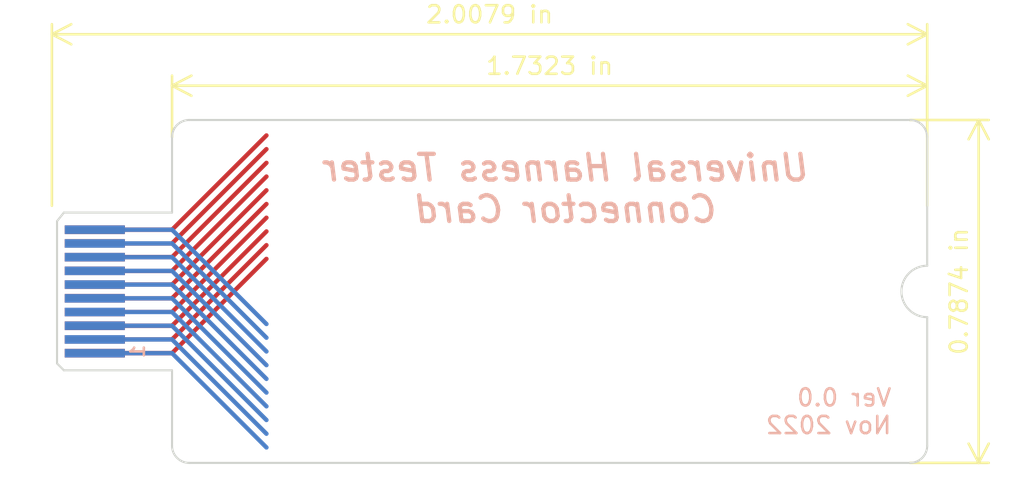
<source format=kicad_pcb>
(kicad_pcb (version 20171130) (host pcbnew "(5.1.10)-1")

  (general
    (thickness 1.6)
    (drawings 8)
    (tracks 40)
    (zones 0)
    (modules 1)
    (nets 9)
  )

  (page A)
  (title_block
    (title "Beetje 32U4 Blok")
    (date 2018-08-10)
    (rev 0.0)
    (company www.MakersBox.us)
    (comment 1 648.ken@gmail.com)
  )

  (layers
    (0 F.Cu signal)
    (31 B.Cu signal)
    (32 B.Adhes user)
    (33 F.Adhes user)
    (34 B.Paste user)
    (35 F.Paste user)
    (36 B.SilkS user hide)
    (37 F.SilkS user)
    (38 B.Mask user)
    (39 F.Mask user)
    (40 Dwgs.User user)
    (41 Cmts.User user)
    (42 Eco1.User user)
    (43 Eco2.User user)
    (44 Edge.Cuts user)
    (45 Margin user)
    (46 B.CrtYd user hide)
    (47 F.CrtYd user)
    (48 B.Fab user hide)
    (49 F.Fab user)
  )

  (setup
    (last_trace_width 0.25)
    (user_trace_width 0.254)
    (user_trace_width 0.3048)
    (user_trace_width 0.3556)
    (user_trace_width 0.4064)
    (user_trace_width 0.6096)
    (trace_clearance 0.2)
    (zone_clearance 0.35)
    (zone_45_only no)
    (trace_min 0.2)
    (via_size 0.6)
    (via_drill 0.4)
    (via_min_size 0.4)
    (via_min_drill 0.3)
    (uvia_size 0.3)
    (uvia_drill 0.1)
    (uvias_allowed no)
    (uvia_min_size 0.2)
    (uvia_min_drill 0.1)
    (edge_width 0.15)
    (segment_width 0.2)
    (pcb_text_width 0.3)
    (pcb_text_size 1.5 1.5)
    (mod_edge_width 0.15)
    (mod_text_size 1 1)
    (mod_text_width 0.15)
    (pad_size 0.5 3.500001)
    (pad_drill 0)
    (pad_to_mask_clearance 0)
    (aux_axis_origin 0 0)
    (grid_origin 137 87)
    (visible_elements 7FFFFFFF)
    (pcbplotparams
      (layerselection 0x010f0_80000001)
      (usegerberextensions false)
      (usegerberattributes true)
      (usegerberadvancedattributes true)
      (creategerberjobfile true)
      (excludeedgelayer true)
      (linewidth 0.100000)
      (plotframeref false)
      (viasonmask false)
      (mode 1)
      (useauxorigin false)
      (hpglpennumber 1)
      (hpglpenspeed 20)
      (hpglpendiameter 15.000000)
      (psnegative false)
      (psa4output false)
      (plotreference true)
      (plotvalue true)
      (plotinvisibletext false)
      (padsonsilk false)
      (subtractmaskfromsilk false)
      (outputformat 1)
      (mirror false)
      (drillshape 0)
      (scaleselection 1)
      (outputdirectory "gerbers/"))
  )

  (net 0 "")
  (net 1 /01)
  (net 2 /02)
  (net 3 /04)
  (net 4 /05)
  (net 5 /06)
  (net 6 /07)
  (net 7 /08)
  (net 8 /03)

  (net_class Default "This is the default net class."
    (clearance 0.2)
    (trace_width 0.25)
    (via_dia 0.6)
    (via_drill 0.4)
    (uvia_dia 0.3)
    (uvia_drill 0.1)
    (add_net /01)
    (add_net /02)
    (add_net /03)
    (add_net /04)
    (add_net /05)
    (add_net /06)
    (add_net /07)
    (add_net /08)
  )

  (module footprints:MEC8_card locked (layer F.Cu) (tedit 63706177) (tstamp 63714F1F)
    (at 112.5 87 90)
    (descr "0.8mm RIGHT ANGLE EDGE CARD ASSEMBLY.")
    (path /63BB3F50)
    (fp_text reference J0 (at 0 -3.5 90) (layer F.SilkS) hide
      (effects (font (size 0.788457 0.788457) (thickness 0.15)))
    )
    (fp_text value Edge (at -0.1 -4.8 90) (layer F.Fab)
      (effects (font (size 0.787685 0.787685) (thickness 0.15)))
    )
    (fp_line (start 4.6 -1.8) (end 4.6 4.5) (layer Edge.Cuts) (width 0.12))
    (fp_line (start -4.6 -1.8) (end -4.6 4.5) (layer Edge.Cuts) (width 0.12))
    (fp_line (start 4.1 -2.2) (end -4.2 -2.2) (layer Edge.Cuts) (width 0.12))
    (fp_line (start 4.6 -1.8) (end 4.1 -2.2) (layer Edge.Cuts) (width 0.12))
    (fp_line (start -4.6 -1.8) (end -4.2 -2.2) (layer Edge.Cuts) (width 0.12))
    (fp_line (start -10 5.5) (end -10 47.5) (layer Edge.Cuts) (width 0.12))
    (fp_line (start -4.6 4.5) (end -9 4.5) (layer Edge.Cuts) (width 0.12))
    (fp_line (start 4.6 4.5) (end 9 4.5) (layer Edge.Cuts) (width 0.12))
    (fp_line (start 10 47.5) (end 10 5.5) (layer Edge.Cuts) (width 0.12))
    (fp_line (start 9 48.5) (end 1.5 48.5) (layer Edge.Cuts) (width 0.12))
    (fp_line (start -9 48.5) (end -1.5 48.5) (layer Edge.Cuts) (width 0.12))
    (fp_line (start -3.6 -1.75) (end 3.6 -1.75) (layer Dwgs.User) (width 0.12))
    (fp_line (start 0 50.5) (end 0 45.42) (layer Dwgs.User) (width 0.12))
    (fp_text user 1 (at -3.5 2.5 90) (layer B.SilkS)
      (effects (font (size 0.788882 0.788882) (thickness 0.15)) (justify mirror))
    )
    (fp_arc (start 0 48.5) (end 1.5 48.5) (angle -180) (layer Edge.Cuts) (width 0.12))
    (fp_arc (start -9 47.5) (end -10 47.5) (angle -90) (layer Edge.Cuts) (width 0.12))
    (fp_arc (start 9 47.5) (end 9 48.5) (angle -90) (layer Edge.Cuts) (width 0.12))
    (fp_arc (start -9 5.5) (end -9 4.5) (angle -90) (layer Edge.Cuts) (width 0.12))
    (fp_arc (start 9 5.5) (end 10 5.5) (angle -90) (layer Edge.Cuts) (width 0.12))
    (pad 20 smd rect (at 3.6 0 90) (size 0.5 3.5) (layers F.Cu F.Paste F.Mask))
    (pad 11 smd rect (at -3.6 0 90) (size 0.5 3.5) (layers F.Cu F.Paste F.Mask))
    (pad 12 smd rect (at -2.8 0 90) (size 0.5 3.5) (layers F.Cu F.Paste F.Mask))
    (pad 13 smd rect (at -2 0 90) (size 0.5 3.500001) (layers F.Cu F.Paste F.Mask))
    (pad 14 smd rect (at -1.2 0 90) (size 0.5 3.5) (layers F.Cu F.Paste F.Mask))
    (pad 15 smd rect (at -0.4 0 90) (size 0.5 3.5) (layers F.Cu F.Paste F.Mask))
    (pad 16 smd rect (at 0.4 0 90) (size 0.5 3.5) (layers F.Cu F.Paste F.Mask))
    (pad 17 smd rect (at 1.2 0 90) (size 0.5 3.5) (layers F.Cu F.Paste F.Mask))
    (pad 18 smd rect (at 2 0 90) (size 0.5 3.5) (layers F.Cu F.Paste F.Mask))
    (pad 19 smd rect (at 2.8 0 90) (size 0.5 3.5) (layers F.Cu F.Paste F.Mask))
    (pad 1 smd rect (at -3.6 0 90) (size 0.5 3.5) (layers B.Cu B.Paste B.Mask)
      (net 1 /01))
    (pad 2 smd rect (at -2.8 0 90) (size 0.5 3.5) (layers B.Cu B.Paste B.Mask)
      (net 2 /02))
    (pad 3 smd rect (at -2 0 90) (size 0.5 3.5) (layers B.Cu B.Paste B.Mask)
      (net 8 /03))
    (pad 4 smd rect (at -1.2 0 90) (size 0.5 3.5) (layers B.Cu B.Paste B.Mask)
      (net 3 /04))
    (pad 5 smd rect (at -0.4 0 90) (size 0.5 3.5) (layers B.Cu B.Paste B.Mask)
      (net 4 /05))
    (pad 6 smd rect (at 0.4 0 90) (size 0.5 3.5) (layers B.Cu B.Paste B.Mask)
      (net 5 /06))
    (pad 7 smd rect (at 1.2 0 90) (size 0.5 3.5) (layers B.Cu B.Paste B.Mask)
      (net 6 /07))
    (pad 8 smd rect (at 2 0 90) (size 0.5 3.5) (layers B.Cu B.Paste B.Mask)
      (net 7 /08))
    (pad 9 smd rect (at 2.8 0 90) (size 0.5 3.5) (layers B.Cu B.Paste B.Mask))
    (pad 10 smd rect (at 3.6 0 90) (size 0.5 3.5) (layers B.Cu B.Paste B.Mask))
  )

  (dimension 5.5 (width 0.15) (layer Dwgs.User)
    (gr_text "5.500 mm" (at 119.75 99.8) (layer Dwgs.User)
      (effects (font (size 1 1) (thickness 0.15)))
    )
    (feature1 (pts (xy 122.5 96) (xy 122.5 99.086421)))
    (feature2 (pts (xy 117 96) (xy 117 99.086421)))
    (crossbar (pts (xy 117 98.5) (xy 122.5 98.5)))
    (arrow1a (pts (xy 122.5 98.5) (xy 121.373496 99.086421)))
    (arrow1b (pts (xy 122.5 98.5) (xy 121.373496 97.913579)))
    (arrow2a (pts (xy 117 98.5) (xy 118.126504 99.086421)))
    (arrow2b (pts (xy 117 98.5) (xy 118.126504 97.913579)))
  )
  (gr_line (start 122.5 96.5) (end 122.5 77.5) (layer Dwgs.User) (width 0.15))
  (gr_line (start 117 91) (end 117 83) (layer Dwgs.User) (width 0.15))
  (gr_text "Universal Harness Tester\nConnector Card" (at 140 81) (layer B.SilkS)
    (effects (font (size 1.5 1.5) (thickness 0.25) italic) (justify mirror))
  )
  (gr_text "Ver 0.0\nNov 2022" (at 159 94) (layer B.SilkS)
    (effects (font (size 1 1) (thickness 0.15)) (justify left mirror))
  )
  (dimension 51 (width 0.15) (layer F.SilkS) (tstamp 6371AC91)
    (gr_text "51 mm" (at 135.5 70.7) (layer F.SilkS) (tstamp 6371AC91)
      (effects (font (size 1 1) (thickness 0.15)))
    )
    (feature1 (pts (xy 110 82) (xy 110 71.413579)))
    (feature2 (pts (xy 161 82) (xy 161 71.413579)))
    (crossbar (pts (xy 161 72) (xy 110 72)))
    (arrow1a (pts (xy 110 72) (xy 111.126504 71.413579)))
    (arrow1b (pts (xy 110 72) (xy 111.126504 72.586421)))
    (arrow2a (pts (xy 161 72) (xy 159.873496 71.413579)))
    (arrow2b (pts (xy 161 72) (xy 159.873496 72.586421)))
  )
  (dimension 44 (width 0.15) (layer F.SilkS) (tstamp 63716C7C)
    (gr_text "44 mm" (at 139 73.7) (layer F.SilkS) (tstamp 63716C7C)
      (effects (font (size 1 1) (thickness 0.15)))
    )
    (feature1 (pts (xy 117 78) (xy 117 74.413579)))
    (feature2 (pts (xy 161 78) (xy 161 74.413579)))
    (crossbar (pts (xy 161 75) (xy 117 75)))
    (arrow1a (pts (xy 117 75) (xy 118.126504 74.413579)))
    (arrow1b (pts (xy 117 75) (xy 118.126504 75.586421)))
    (arrow2a (pts (xy 161 75) (xy 159.873496 74.413579)))
    (arrow2b (pts (xy 161 75) (xy 159.873496 75.586421)))
  )
  (dimension 20 (width 0.15) (layer F.SilkS)
    (gr_text "20 mm" (at 165.3 87 -90) (layer F.SilkS)
      (effects (font (size 1 1) (thickness 0.15)))
    )
    (feature1 (pts (xy 160 97) (xy 164.586421 97)))
    (feature2 (pts (xy 160 77) (xy 164.586421 77)))
    (crossbar (pts (xy 164 77) (xy 164 97)))
    (arrow1a (pts (xy 164 97) (xy 163.413579 95.873496)))
    (arrow1b (pts (xy 164 97) (xy 164.586421 95.873496)))
    (arrow2a (pts (xy 164 77) (xy 163.413579 78.126504)))
    (arrow2b (pts (xy 164 77) (xy 164.586421 78.126504)))
  )

  (segment (start 112.5 83.4) (end 117 83.4) (width 0.254) (layer F.Cu) (net 0) (status 10))
  (segment (start 112.5 84.2) (end 117 84.2) (width 0.254) (layer F.Cu) (net 0) (status 10))
  (segment (start 112.5 90.6) (end 117 90.6) (width 0.254) (layer F.Cu) (net 0) (status 10))
  (segment (start 117 90.6) (end 122.5 85.1) (width 0.254) (layer F.Cu) (net 0))
  (segment (start 117 83.4) (end 122.5 77.9) (width 0.254) (layer F.Cu) (net 0))
  (segment (start 117 84.2) (end 122.5 78.7) (width 0.254) (layer F.Cu) (net 0))
  (segment (start 112.5 83.4) (end 117 83.4) (width 0.254) (layer B.Cu) (net 0))
  (segment (start 117 83.4) (end 122.5 88.9) (width 0.254) (layer B.Cu) (net 0))
  (segment (start 112.5 85) (end 117 85) (width 0.254) (layer F.Cu) (net 0))
  (segment (start 117 85) (end 122.5 79.5) (width 0.254) (layer F.Cu) (net 0))
  (segment (start 112.5 85.8) (end 117 85.8) (width 0.254) (layer F.Cu) (net 0))
  (segment (start 117 85.8) (end 122.5 80.3) (width 0.254) (layer F.Cu) (net 0))
  (segment (start 112.5 86.6) (end 117 86.6) (width 0.254) (layer F.Cu) (net 0))
  (segment (start 117 86.6) (end 122.5 81.1) (width 0.254) (layer F.Cu) (net 0))
  (segment (start 112.5 87.4) (end 117 87.4) (width 0.254) (layer F.Cu) (net 0))
  (segment (start 117 87.4) (end 122.5 81.9) (width 0.254) (layer F.Cu) (net 0))
  (segment (start 112.5 88.2) (end 117 88.2) (width 0.254) (layer F.Cu) (net 0))
  (segment (start 117 88.2) (end 122.5 82.7) (width 0.254) (layer F.Cu) (net 0))
  (segment (start 112.5 89) (end 117 89) (width 0.254) (layer F.Cu) (net 0))
  (segment (start 117 89) (end 122.5 83.5) (width 0.254) (layer F.Cu) (net 0))
  (segment (start 112.5 89.8) (end 117 89.8) (width 0.254) (layer F.Cu) (net 0))
  (segment (start 117 89.8) (end 122.5 84.3) (width 0.254) (layer F.Cu) (net 0))
  (segment (start 112.5 84.2) (end 117 84.2) (width 0.254) (layer B.Cu) (net 0))
  (segment (start 117 84.2) (end 122.5 89.7) (width 0.254) (layer B.Cu) (net 0))
  (segment (start 117 90.6) (end 122.5 96.1) (width 0.254) (layer B.Cu) (net 1))
  (segment (start 112.5 90.6) (end 117 90.6) (width 0.254) (layer B.Cu) (net 1))
  (segment (start 112.5 89.8) (end 117 89.8) (width 0.254) (layer B.Cu) (net 2))
  (segment (start 117 89.8) (end 122.5 95.3) (width 0.254) (layer B.Cu) (net 2))
  (segment (start 112.5 88.2) (end 117 88.2) (width 0.254) (layer B.Cu) (net 3))
  (segment (start 117 88.2) (end 122.5 93.7) (width 0.254) (layer B.Cu) (net 3))
  (segment (start 112.5 87.4) (end 117 87.4) (width 0.254) (layer B.Cu) (net 4))
  (segment (start 117 87.4) (end 122.5 92.9) (width 0.254) (layer B.Cu) (net 4))
  (segment (start 112.5 86.6) (end 117 86.6) (width 0.254) (layer B.Cu) (net 5))
  (segment (start 117 86.6) (end 122.5 92.1) (width 0.254) (layer B.Cu) (net 5))
  (segment (start 112.5 85.8) (end 117 85.8) (width 0.254) (layer B.Cu) (net 6))
  (segment (start 117 85.8) (end 122.5 91.3) (width 0.254) (layer B.Cu) (net 6))
  (segment (start 112.5 85) (end 117 85) (width 0.254) (layer B.Cu) (net 7))
  (segment (start 117 85) (end 122.5 90.5) (width 0.254) (layer B.Cu) (net 7))
  (segment (start 112.5 89) (end 117 89) (width 0.254) (layer B.Cu) (net 8))
  (segment (start 117 89) (end 122.5 94.5) (width 0.254) (layer B.Cu) (net 8))

)

</source>
